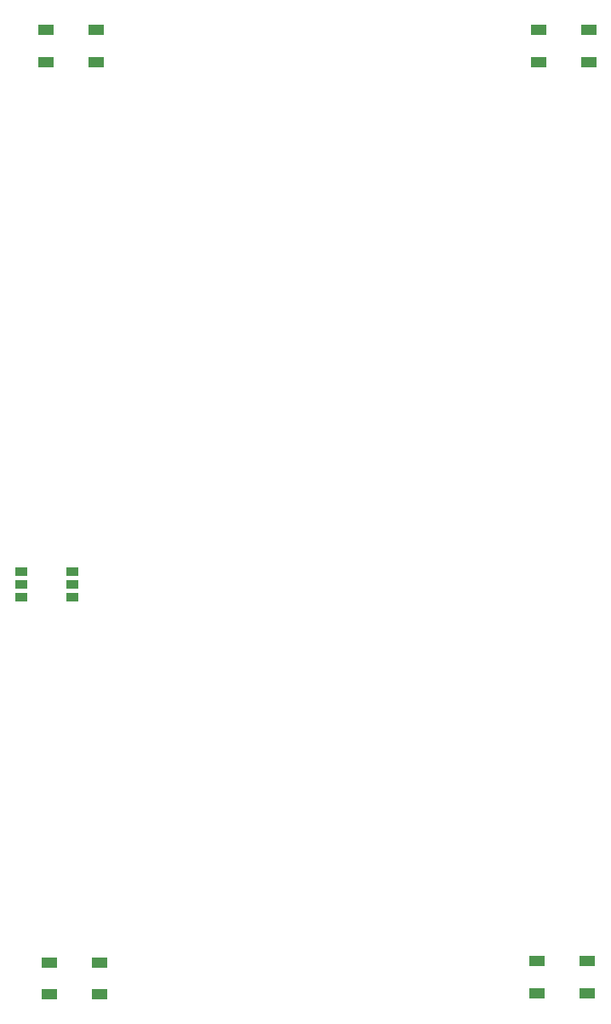
<source format=gbp>
G04 #@! TF.FileFunction,Paste,Bot*
%FSLAX46Y46*%
G04 Gerber Fmt 4.6, Leading zero omitted, Abs format (unit mm)*
G04 Created by KiCad (PCBNEW 4.0.7) date Thursday, 19 July 2018 'PMt' 15:05:03*
%MOMM*%
%LPD*%
G01*
G04 APERTURE LIST*
%ADD10C,0.100000*%
%ADD11R,1.270000X0.970000*%
%ADD12R,1.600000X1.000000*%
G04 APERTURE END LIST*
D10*
D11*
X50800000Y-83400000D03*
X50800000Y-82130000D03*
X50800000Y-80860000D03*
X45700000Y-83400000D03*
X45700000Y-82130000D03*
X45700000Y-80860000D03*
D12*
X48500000Y-122900000D03*
X48500000Y-119700000D03*
X53500000Y-122900000D03*
X53500000Y-119700000D03*
X97000000Y-122800000D03*
X97000000Y-119600000D03*
X102000000Y-122800000D03*
X102000000Y-119600000D03*
X102200000Y-27000000D03*
X102200000Y-30200000D03*
X97200000Y-27000000D03*
X97200000Y-30200000D03*
X53200000Y-27000000D03*
X53200000Y-30200000D03*
X48200000Y-27000000D03*
X48200000Y-30200000D03*
M02*

</source>
